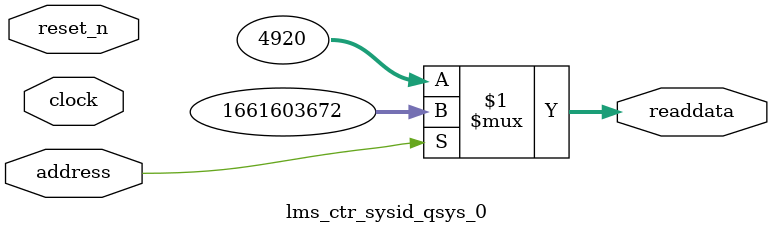
<source format=v>
module lms_ctr_sysid_qsys_0(	// file.cleaned.mlir:2:3
  input         address,	// file.cleaned.mlir:2:38
                clock,	// file.cleaned.mlir:2:56
                reset_n,	// file.cleaned.mlir:2:72
  output [31:0] readdata	// file.cleaned.mlir:2:91
);

  assign readdata = address ? 32'h630A0F58 : 32'h1338;	// file.cleaned.mlir:3:18, :4:24, :5:10, :6:5
endmodule


</source>
